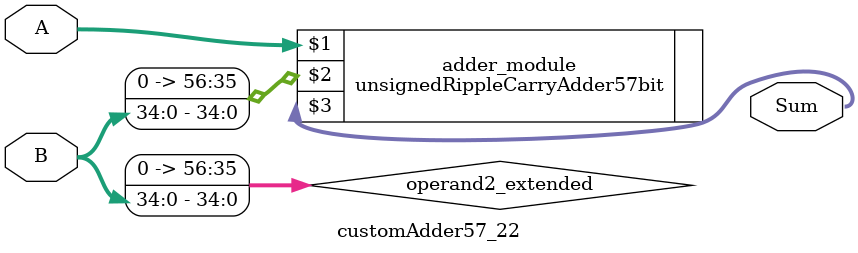
<source format=v>
module customAdder57_22(
                        input [56 : 0] A,
                        input [34 : 0] B,
                        
                        output [57 : 0] Sum
                );

        wire [56 : 0] operand2_extended;
        
        assign operand2_extended =  {22'b0, B};
        
        unsignedRippleCarryAdder57bit adder_module(
            A,
            operand2_extended,
            Sum
        );
        
        endmodule
        
</source>
